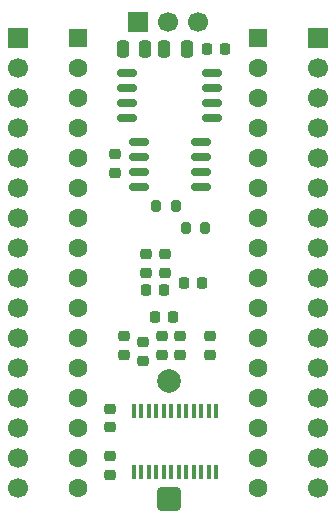
<source format=gbr>
%TF.GenerationSoftware,KiCad,Pcbnew,9.0.2-9.0.2-0~ubuntu22.04.1*%
%TF.CreationDate,2025-06-23T10:34:33-07:00*%
%TF.ProjectId,ds1486,64733134-3836-42e6-9b69-6361645f7063,rev?*%
%TF.SameCoordinates,Original*%
%TF.FileFunction,Soldermask,Bot*%
%TF.FilePolarity,Negative*%
%FSLAX46Y46*%
G04 Gerber Fmt 4.6, Leading zero omitted, Abs format (unit mm)*
G04 Created by KiCad (PCBNEW 9.0.2-9.0.2-0~ubuntu22.04.1) date 2025-06-23 10:34:33*
%MOMM*%
%LPD*%
G01*
G04 APERTURE LIST*
G04 Aperture macros list*
%AMRoundRect*
0 Rectangle with rounded corners*
0 $1 Rounding radius*
0 $2 $3 $4 $5 $6 $7 $8 $9 X,Y pos of 4 corners*
0 Add a 4 corners polygon primitive as box body*
4,1,4,$2,$3,$4,$5,$6,$7,$8,$9,$2,$3,0*
0 Add four circle primitives for the rounded corners*
1,1,$1+$1,$2,$3*
1,1,$1+$1,$4,$5*
1,1,$1+$1,$6,$7*
1,1,$1+$1,$8,$9*
0 Add four rect primitives between the rounded corners*
20,1,$1+$1,$2,$3,$4,$5,0*
20,1,$1+$1,$4,$5,$6,$7,0*
20,1,$1+$1,$6,$7,$8,$9,0*
20,1,$1+$1,$8,$9,$2,$3,0*%
G04 Aperture macros list end*
%ADD10RoundRect,0.225000X-0.250000X0.225000X-0.250000X-0.225000X0.250000X-0.225000X0.250000X0.225000X0*%
%ADD11R,1.600000X1.600000*%
%ADD12C,1.600000*%
%ADD13R,1.700000X1.700000*%
%ADD14C,1.700000*%
%ADD15RoundRect,0.300000X-0.700000X-0.700000X0.700000X-0.700000X0.700000X0.700000X-0.700000X0.700000X0*%
%ADD16C,2.000000*%
%ADD17RoundRect,0.200000X-0.200000X-0.275000X0.200000X-0.275000X0.200000X0.275000X-0.200000X0.275000X0*%
%ADD18RoundRect,0.225000X-0.225000X-0.250000X0.225000X-0.250000X0.225000X0.250000X-0.225000X0.250000X0*%
%ADD19RoundRect,0.150000X0.675000X0.150000X-0.675000X0.150000X-0.675000X-0.150000X0.675000X-0.150000X0*%
%ADD20RoundRect,0.250000X0.250000X0.475000X-0.250000X0.475000X-0.250000X-0.475000X0.250000X-0.475000X0*%
%ADD21RoundRect,0.250000X-0.250000X-0.475000X0.250000X-0.475000X0.250000X0.475000X-0.250000X0.475000X0*%
%ADD22RoundRect,0.225000X0.250000X-0.225000X0.250000X0.225000X-0.250000X0.225000X-0.250000X-0.225000X0*%
%ADD23RoundRect,0.162500X0.650000X0.162500X-0.650000X0.162500X-0.650000X-0.162500X0.650000X-0.162500X0*%
%ADD24RoundRect,0.225000X0.225000X0.250000X-0.225000X0.250000X-0.225000X-0.250000X0.225000X-0.250000X0*%
%ADD25R,0.400000X1.200000*%
G04 APERTURE END LIST*
D10*
%TO.C,C20*%
X114900000Y-73400000D03*
X114900000Y-74950000D03*
%TD*%
D11*
%TO.C,J4*%
X111760000Y-63500000D03*
D12*
X111760000Y-66040000D03*
X111760000Y-68580000D03*
X111760000Y-71120000D03*
X111760000Y-73660000D03*
X111760000Y-76200000D03*
X111760000Y-78740000D03*
X111760000Y-81280000D03*
X111760000Y-83820000D03*
X111760000Y-86360000D03*
X111760000Y-88900000D03*
X111760000Y-91440000D03*
X111760000Y-93980000D03*
X111760000Y-96520000D03*
X111760000Y-99060000D03*
X111760000Y-101600000D03*
%TD*%
D13*
%TO.C,J3*%
X132080000Y-63500000D03*
D14*
X132080000Y-66040000D03*
X132080000Y-68580000D03*
X132080000Y-71120000D03*
X132080000Y-73660000D03*
X132080000Y-76200000D03*
X132080000Y-78740000D03*
X132080000Y-81280000D03*
X132080000Y-83820000D03*
X132080000Y-86360000D03*
X132080000Y-88900000D03*
X132080000Y-91440000D03*
X132080000Y-93980000D03*
X132080000Y-96520000D03*
X132080000Y-99060000D03*
X132080000Y-101600000D03*
%TD*%
D15*
%TO.C,BT1*%
X119500000Y-102550000D03*
D16*
X119500000Y-92550000D03*
%TD*%
D13*
%TO.C,J2*%
X106680000Y-63500000D03*
D14*
X106680000Y-66040000D03*
X106680000Y-68580000D03*
X106680000Y-71120000D03*
X106680000Y-73660000D03*
X106680000Y-76200000D03*
X106680000Y-78740000D03*
X106680000Y-81280000D03*
X106680000Y-83820000D03*
X106680000Y-86360000D03*
X106680000Y-88900000D03*
X106680000Y-91440000D03*
X106680000Y-93980000D03*
X106680000Y-96520000D03*
X106680000Y-99060000D03*
X106680000Y-101600000D03*
%TD*%
D11*
%TO.C,J5*%
X127000000Y-63500000D03*
D12*
X127000000Y-66040000D03*
X127000000Y-68580000D03*
X127000000Y-71120000D03*
X127000000Y-73660000D03*
X127000000Y-76200000D03*
X127000000Y-78740000D03*
X127000000Y-81280000D03*
X127000000Y-83820000D03*
X127000000Y-86360000D03*
X127000000Y-88900000D03*
X127000000Y-91440000D03*
X127000000Y-93980000D03*
X127000000Y-96520000D03*
X127000000Y-99060000D03*
X127000000Y-101600000D03*
%TD*%
D13*
%TO.C,J1*%
X116870000Y-62200000D03*
D14*
X119410000Y-62200000D03*
X121950000Y-62200000D03*
%TD*%
D17*
%TO.C,R38*%
X118400000Y-77750000D03*
X120050000Y-77750000D03*
%TD*%
D18*
%TO.C,C11*%
X118250000Y-87200000D03*
X119800000Y-87200000D03*
%TD*%
D19*
%TO.C,U6*%
X122200000Y-72340000D03*
X122200000Y-73610000D03*
X122200000Y-74880000D03*
X122200000Y-76150000D03*
X116950000Y-76150000D03*
X116950000Y-74880000D03*
X116950000Y-73610000D03*
X116950000Y-72340000D03*
%TD*%
D20*
%TO.C,C2*%
X120950000Y-64450000D03*
X119050000Y-64450000D03*
%TD*%
D10*
%TO.C,C6*%
X115650000Y-88800000D03*
X115650000Y-90350000D03*
%TD*%
D21*
%TO.C,C1*%
X115550000Y-64450000D03*
X117450000Y-64450000D03*
%TD*%
D22*
%TO.C,C16*%
X114450000Y-100500000D03*
X114450000Y-98950000D03*
%TD*%
D23*
%TO.C,U8*%
X123100000Y-66490000D03*
X123100000Y-67760000D03*
X123100000Y-69030000D03*
X123100000Y-70300000D03*
X115925000Y-70300000D03*
X115925000Y-69030000D03*
X115925000Y-67760000D03*
X115925000Y-66490000D03*
%TD*%
D18*
%TO.C,C17*%
X122650000Y-64500000D03*
X124200000Y-64500000D03*
%TD*%
D10*
%TO.C,C5*%
X118850000Y-88800000D03*
X118850000Y-90350000D03*
%TD*%
%TO.C,C13*%
X117550000Y-81850000D03*
X117550000Y-83400000D03*
%TD*%
%TO.C,C8*%
X119100000Y-81850000D03*
X119100000Y-83400000D03*
%TD*%
%TO.C,C12*%
X117294452Y-89300000D03*
X117294452Y-90850000D03*
%TD*%
D17*
%TO.C,R37*%
X120900000Y-79600000D03*
X122550000Y-79600000D03*
%TD*%
D10*
%TO.C,C14*%
X120400000Y-88800000D03*
X120400000Y-90350000D03*
%TD*%
D18*
%TO.C,C7*%
X117500000Y-84900000D03*
X119050000Y-84900000D03*
%TD*%
D10*
%TO.C,C15*%
X114450000Y-94950000D03*
X114450000Y-96500000D03*
%TD*%
%TO.C,C9*%
X122900000Y-88800000D03*
X122900000Y-90350000D03*
%TD*%
D24*
%TO.C,C10*%
X122275000Y-84250000D03*
X120725000Y-84250000D03*
%TD*%
D25*
%TO.C,U4*%
X116457500Y-95100000D03*
X117092500Y-95100000D03*
X117727500Y-95100000D03*
X118362500Y-95100000D03*
X118997500Y-95100000D03*
X119632500Y-95100000D03*
X120267500Y-95100000D03*
X120902500Y-95100000D03*
X121537500Y-95100000D03*
X122172500Y-95100000D03*
X122807500Y-95100000D03*
X123442500Y-95100000D03*
X123442500Y-100300000D03*
X122807500Y-100300000D03*
X122172500Y-100300000D03*
X121537500Y-100300000D03*
X120902500Y-100300000D03*
X120267500Y-100300000D03*
X119632500Y-100300000D03*
X118997500Y-100300000D03*
X118362500Y-100300000D03*
X117727500Y-100300000D03*
X117092500Y-100300000D03*
X116457500Y-100300000D03*
%TD*%
M02*

</source>
